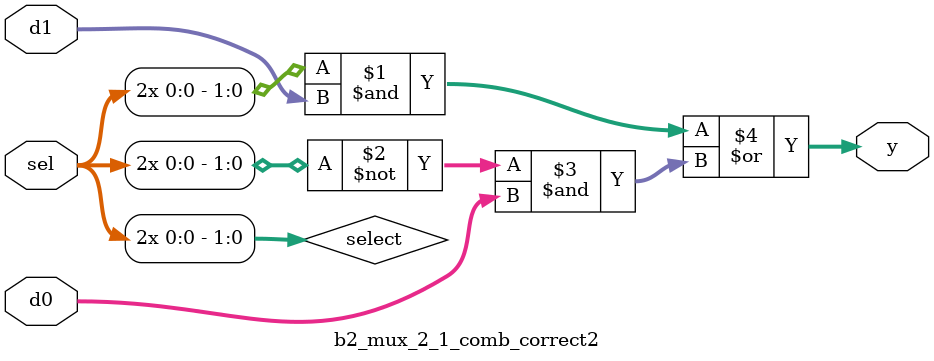
<source format=v>
module b2_mux_2_1_comb_correct2
(
    input  [1:0] d0,
    input  [1:0] d1,
    input        sel,
    output [1:0] y
);
    wire [1:0] select;
    assign select = {2{sel}};
    assign y = (select & d1) | (~select & d0); 
endmodule
</source>
